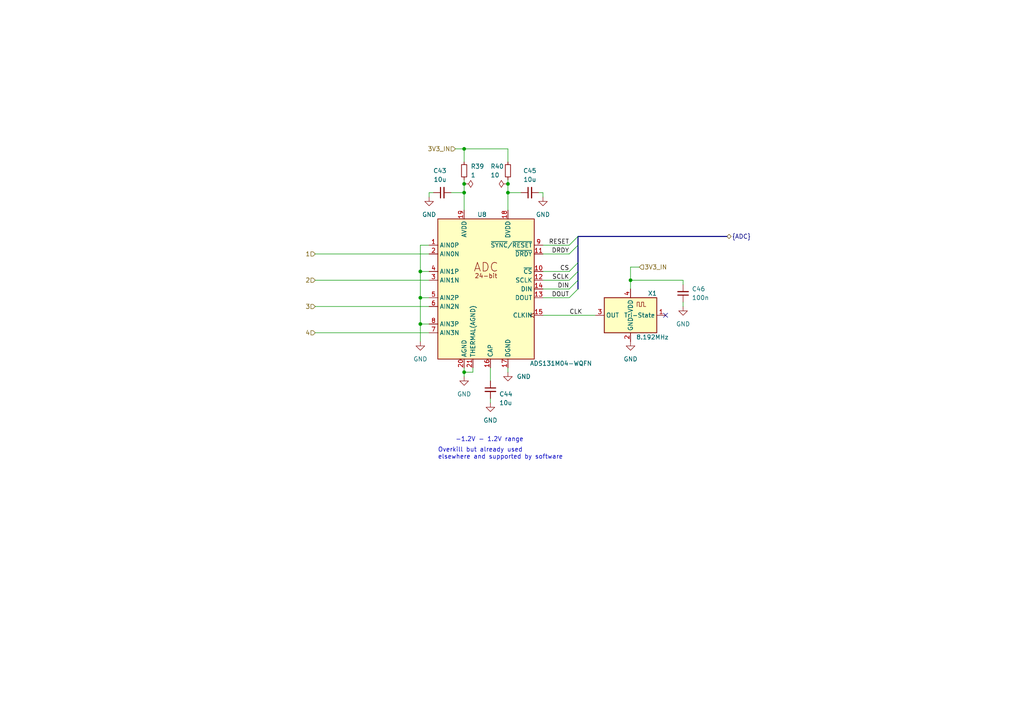
<source format=kicad_sch>
(kicad_sch (version 20230121) (generator eeschema)
  (paper "A4")
  (title_block (title "EuroMeasure Ion Gauge Controller") (date "2024-01-20") (rev "1.1.0"))
  (lib_symbols
    (symbol "Device:C_Small" (pin_numbers hide) (pin_names (offset 0.254) hide)
      (property "Reference" "C" (at 0.254 1.778 0))
      (property "Value" "C_Small" (at 0.254 -2.032 0))
      (symbol "C_Small_0_1"
        (polyline (pts (xy -1.524 -0.508) (xy 1.524 -0.508)) (stroke (width 0.3302)))
        (polyline (pts (xy -1.524 0.508) (xy 1.524 0.508)) (stroke (width 0.3048)))
      )
      (symbol "C_Small_1_1"
        (pin passive line (at 0 2.54 270) (length 2.032) (name "~") (number "1"))
        (pin passive line (at 0 -2.54 90) (length 2.032) (name "~") (number "2"))
      )
    )
    (symbol "Device:R_Small" (pin_numbers hide) (pin_names (offset 0.254) hide)
      (property "Reference" "R" (at 0.762 0.508 0))
      (property "Value" "R_Small" (at 0.762 -1.016 0))
      (symbol "R_Small_0_1"
        (rectangle (start -0.762 1.778) (end 0.762 -1.778) (stroke (width 0.2032)))
      )
      (symbol "R_Small_1_1"
        (pin passive line (at 0 2.54 270) (length 0.762) (name "~") (number "1"))
        (pin passive line (at 0 -2.54 90) (length 0.762) (name "~") (number "2"))
      )
    )
    (symbol "MEMS_IC:ADS131M04-WQFN"
      (property "Reference" "U" (at 3.81 11.43 0))
      (property "Value" "ADS131M04-WQFN" (at 10.16 8.89 0))
      (symbol "ADS131M04-WQFN_0_0"
        (text "24-bit" (at -13.97 -11.43 0) (effects (font (size 1.27 1.27))))
        (text "ADC" (at -13.97 -8.89 0) (effects (font (size 2.5 2.5))))
      )
      (symbol "ADS131M04-WQFN_0_1"
        (rectangle (start -27.94 5.08) (end 0 -35.56) (stroke (width 0.254)) (fill (type background)))
      )
      (symbol "ADS131M04-WQFN_1_1"
        (pin input line (at -30.48 -2.54 0) (length 2.54) (name "AIN0P") (number "1"))
        (pin input line (at 2.54 -10.16 180) (length 2.54) (name "~{CS}") (number "10"))
        (pin output line (at 2.54 -5.08 180) (length 2.54) (name "~{DRDY}") (number "11"))
        (pin input line (at 2.54 -12.7 180) (length 2.54) (name "SCLK") (number "12"))
        (pin output line (at 2.54 -17.78 180) (length 2.54) (name "DOUT") (number "13"))
        (pin input line (at 2.54 -15.24 180) (length 2.54) (name "DIN") (number "14"))
        (pin input clock (at 2.54 -22.86 180) (length 2.54) (name "CLKIN") (number "15"))
        (pin output line (at -12.7 -38.1 90) (length 2.54) (name "CAP") (number "16"))
        (pin power_in line (at -7.62 -38.1 90) (length 2.54) (name "DGND") (number "17"))
        (pin power_in line (at -7.62 7.62 270) (length 2.54) (name "DVDD") (number "18"))
        (pin power_in line (at -20.32 7.62 270) (length 2.54) (name "AVDD") (number "19"))
        (pin input line (at -30.48 -5.08 0) (length 2.54) (name "AIN0N") (number "2"))
        (pin power_in line (at -20.32 -38.1 90) (length 2.54) (name "AGND") (number "20"))
        (pin power_in line (at -17.78 -38.1 90) (length 2.54) (name "THERMAL(AGND)") (number "21"))
        (pin input line (at -30.48 -12.7 0) (length 2.54) (name "AIN1N") (number "3"))
        (pin input line (at -30.48 -10.16 0) (length 2.54) (name "AIN1P") (number "4"))
        (pin input line (at -30.48 -17.78 0) (length 2.54) (name "AIN2P") (number "5"))
        (pin input line (at -30.48 -20.32 0) (length 2.54) (name "AIN2N") (number "6"))
        (pin input line (at -30.48 -27.94 0) (length 2.54) (name "AIN3N") (number "7"))
        (pin input line (at -30.48 -25.4 0) (length 2.54) (name "AIN3P") (number "8"))
        (pin input line (at 2.54 -2.54 180) (length 2.54) (name "~{SYNC}/~{RESET}") (number "9"))
      )
    )
    (symbol "MEMS_IC:ECS-2520MVLC-081.92-CN-TR_oscillator_8.192MHZ"
      (property "Reference" "X" (at -5.08 6.35 0))
      (property "Value" "8.192MHz" (at 1.27 -6.35 0))
      (symbol "ECS-2520MVLC-081.92-CN-TR_oscillator_8.192MHZ_0_1"
        (rectangle (start -7.62 5.08) (end 7.62 -5.08) (stroke (width 0.254)) (fill (type background)))
        (polyline (pts (xy -4.445 2.54) (xy -3.81 2.54) (xy -3.81 3.81) (xy -3.175 3.81) (xy -3.175 2.54) (xy -2.54 2.54) (xy -2.54 3.81) (xy -1.905 3.81) (xy -1.905 2.54)))
      )
      (symbol "ECS-2520MVLC-081.92-CN-TR_oscillator_8.192MHZ_1_1"
        (pin input line (at -10.16 0 0) (length 2.54) (name "Tri-State") (number "1"))
        (pin power_in line (at 0 -7.62 90) (length 2.54) (name "GND") (number "2"))
        (pin output line (at 10.16 0 180) (length 2.54) (name "OUT") (number "3"))
        (pin power_in line (at 0 7.62 270) (length 2.54) (name "VDD") (number "4"))
      )
    )
    (symbol "power:GND" (power) (pin_names (offset 0))
      (property "Value" "GND" (at 0 -3.81 0))
      (symbol "GND_0_1"
        (polyline (pts (xy 0 0) (xy 0 -1.27) (xy 1.27 -1.27) (xy 0 -2.54) (xy -1.27 -1.27) (xy 0 -1.27)))
      )
      (symbol "GND_1_1"
        (pin power_in line (at 0 0 270) (length 0) hide (name "GND") (number "1"))
      )
    )
    (symbol "power:PWR_FLAG" (power) (pin_numbers hide) (pin_names (offset 0) hide)
      (property "Value" "PWR_FLAG" (at 0 3.81 0))
      (symbol "PWR_FLAG_0_0"
        (pin power_out line (at 0 0 90) (length 0) (name "pwr") (number "1"))
      )
      (symbol "PWR_FLAG_0_1"
        (polyline (pts (xy 0 0) (xy 0 1.27) (xy -1.016 1.905) (xy 0 2.54) (xy 1.016 1.905) (xy 0 1.27)))
      )
    )
  )
  (junction (at 121.92 78.74))
  (junction (at 121.92 93.98))
  (junction (at 182.88 81.28))
  (junction (at 134.62 43.18))
  (junction (at 147.32 55.88))
  (junction (at 134.62 55.88))
  (junction (at 134.62 107.95))
  (junction (at 121.92 86.36))
  (junction (at 134.62 53.34))
  (junction (at 147.32 53.34))
  (no_connect (at 193.04 91.44))
  (bus_entry (at 167.64 68.58) (size -2.54 2.54))
  (bus_entry (at 167.64 78.74) (size -2.54 2.54))
  (bus_entry (at 167.64 81.28) (size -2.54 2.54))
  (bus_entry (at 167.64 71.12) (size -2.54 2.54))
  (bus_entry (at 167.64 83.82) (size -2.54 2.54))
  (bus_entry (at 167.64 76.2) (size -2.54 2.54))
  (wire (pts (xy 157.48 81.28) (xy 165.1 81.28)))
  (wire (pts (xy 147.32 52.07) (xy 147.32 53.34)))
  (wire (pts (xy 157.48 71.12) (xy 165.1 71.12)))
  (wire (pts (xy 121.92 71.12) (xy 121.92 78.74)))
  (wire (pts (xy 157.48 86.36) (xy 165.1 86.36)))
  (wire (pts (xy 91.44 96.52) (xy 124.46 96.52)))
  (wire (pts (xy 121.92 86.36) (xy 124.46 86.36)))
  (wire (pts (xy 198.12 87.63) (xy 198.12 88.9)))
  (wire (pts (xy 142.24 106.68) (xy 142.24 110.49)))
  (wire (pts (xy 132.08 43.18) (xy 134.62 43.18)))
  (bus (pts (xy 167.64 71.12) (xy 167.64 76.2)))
  (wire (pts (xy 137.16 107.95) (xy 134.62 107.95)))
  (wire (pts (xy 134.62 43.18) (xy 147.32 43.18)))
  (wire (pts (xy 157.48 83.82) (xy 165.1 83.82)))
  (bus (pts (xy 167.64 68.58) (xy 210.82 68.58)))
  (wire (pts (xy 156.21 55.88) (xy 157.48 55.88)))
  (wire (pts (xy 124.46 71.12) (xy 121.92 71.12)))
  (wire (pts (xy 157.48 91.44) (xy 172.72 91.44)))
  (bus (pts (xy 167.64 76.2) (xy 167.64 78.74)))
  (wire (pts (xy 91.44 81.28) (xy 124.46 81.28)))
  (wire (pts (xy 121.92 93.98) (xy 121.92 99.06)))
  (wire (pts (xy 157.48 78.74) (xy 165.1 78.74)))
  (wire (pts (xy 121.92 78.74) (xy 121.92 86.36)))
  (wire (pts (xy 134.62 53.34) (xy 134.62 55.88)))
  (wire (pts (xy 198.12 82.55) (xy 198.12 81.28)))
  (wire (pts (xy 134.62 43.18) (xy 134.62 46.99)))
  (wire (pts (xy 147.32 55.88) (xy 151.13 55.88)))
  (wire (pts (xy 147.32 55.88) (xy 147.32 60.96)))
  (wire (pts (xy 134.62 52.07) (xy 134.62 53.34)))
  (wire (pts (xy 124.46 55.88) (xy 125.73 55.88)))
  (wire (pts (xy 137.16 106.68) (xy 137.16 107.95)))
  (wire (pts (xy 91.44 73.66) (xy 124.46 73.66)))
  (wire (pts (xy 121.92 78.74) (xy 124.46 78.74)))
  (wire (pts (xy 157.48 57.15) (xy 157.48 55.88)))
  (bus (pts (xy 167.64 78.74) (xy 167.64 81.28)))
  (wire (pts (xy 198.12 81.28) (xy 182.88 81.28)))
  (bus (pts (xy 167.64 81.28) (xy 167.64 83.82)))
  (wire (pts (xy 121.92 86.36) (xy 121.92 93.98)))
  (wire (pts (xy 124.46 55.88) (xy 124.46 57.15)))
  (wire (pts (xy 130.81 55.88) (xy 134.62 55.88)))
  (wire (pts (xy 147.32 53.34) (xy 147.32 55.88)))
  (wire (pts (xy 134.62 55.88) (xy 134.62 60.96)))
  (wire (pts (xy 134.62 107.95) (xy 134.62 109.22)))
  (wire (pts (xy 147.32 43.18) (xy 147.32 46.99)))
  (wire (pts (xy 142.24 115.57) (xy 142.24 116.84)))
  (bus (pts (xy 167.64 68.58) (xy 167.64 71.12)))
  (wire (pts (xy 147.32 106.68) (xy 147.32 107.95)))
  (wire (pts (xy 182.88 77.47) (xy 182.88 81.28)))
  (wire (pts (xy 121.92 93.98) (xy 124.46 93.98)))
  (wire (pts (xy 157.48 73.66) (xy 165.1 73.66)))
  (wire (pts (xy 91.44 88.9) (xy 124.46 88.9)))
  (wire (pts (xy 182.88 81.28) (xy 182.88 83.82)))
  (wire (pts (xy 134.62 106.68) (xy 134.62 107.95)))
  (wire (pts (xy 185.42 77.47) (xy 182.88 77.47)))
  (text "Overkill but already used\nelsewhere and supported by software" (at 127 133.35 0) (effects (font (size 1.27 1.27)) (justify left bottom)))
  (text "-1.2V - 1.2V range" (at 132.08 128.27 0) (effects (font (size 1.27 1.27)) (justify left bottom)))
  (label "DOUT" (at 165.1 86.36 180))
  (label "DIN" (at 165.1 83.82 180))
  (label "SCLK" (at 165.1 81.28 180))
  (label "CS" (at 165.1 78.74 180))
  (label "RESET" (at 165.1 71.12 180))
  (label "CLK" (at 168.91 91.44 180))
  (label "DRDY" (at 165.1 73.66 180))
  (hierarchical_label "2" (shape input) (at 91.44 81.28 180))
  (hierarchical_label "3" (shape input) (at 91.44 88.9 180))
  (hierarchical_label "3V3_IN" (shape input) (at 132.08 43.18 180))
  (hierarchical_label "3V3_IN" (shape input) (at 185.42 77.47 0))
  (hierarchical_label "4" (shape input) (at 91.44 96.52 180))
  (hierarchical_label "{ADC}" (shape bidirectional) (at 210.82 68.58 0))
  (hierarchical_label "1" (shape input) (at 91.44 73.66 180))
  (symbol (lib_id "Device:R_Small") (at 134.62 49.53 180) (unit 1)
    (property "Reference" "R39" (at 136.525 48.2599 0) (effects (justify right)))
    (property "Value" "1" (at 136.525 50.7999 0) (effects (justify right)))
    (property "Footprint" "Resistor_SMD:R_0805_2012Metric_Pad1.20x1.40mm_HandSolder" (effects hide))
  )
  (symbol (lib_id "power:GND") (at 124.46 57.15 0) (unit 1)
    (property "Reference" "#PWR072" (effects hide))
    (property "Value" "GND" (at 124.46 62.23 0))
  )
  (symbol (lib_id "power:GND") (at 134.62 109.22 0) (unit 1)
    (property "Reference" "#PWR073" (effects hide))
    (property "Value" "GND" (at 134.62 114.3 0))
  )
  (symbol (lib_id "power:GND") (at 147.32 107.95 0) (unit 1)
    (property "Reference" "#PWR075" (effects hide))
    (property "Value" "GND" (at 149.86 109.22 0) (effects (justify left)))
  )
  (symbol (lib_id "Device:C_Small") (at 153.67 55.88 90) (unit 1)
    (property "Reference" "C45" (at 153.6763 49.53 90))
    (property "Value" "10u" (at 153.6763 52.07 90))
    (property "Footprint" "Capacitor_SMD:C_0805_2012Metric_Pad1.18x1.45mm_HandSolder" (effects hide))
  )
  (symbol (lib_id "power:GND") (at 198.12 88.9 0) (unit 1)
    (property "Reference" "#PWR078" (effects hide))
    (property "Value" "GND" (at 198.12 93.98 0))
  )
  (symbol (lib_id "power:GND") (at 142.24 116.84 0) (unit 1)
    (property "Reference" "#PWR074" (effects hide))
    (property "Value" "GND" (at 142.24 121.92 0))
  )
  (symbol (lib_id "power:GND") (at 157.48 57.15 0) (unit 1)
    (property "Reference" "#PWR076" (effects hide))
    (property "Value" "GND" (at 157.48 62.23 0))
  )
  (symbol (lib_id "power:GND") (at 121.92 99.06 0) (unit 1)
    (property "Reference" "#PWR071" (effects hide))
    (property "Value" "GND" (at 121.92 104.14 0))
  )
  (symbol (lib_id "MEMS_IC:ECS-2520MVLC-081.92-CN-TR_oscillator_8.192MHZ") (at 182.88 91.44 0) (mirror y) (unit 1)
    (property "Reference" "X1" (at 189.23 85.09 0))
    (property "Value" "8.192MHz" (at 189.23 97.79 0))
    (property "Footprint" "Oscillator:Oscillator_SMD_ECS_2520MV-xxx-xx-4Pin_2.5x2.0mm" (effects hide))
    (property "Datasheet" "https://www.ecsxtal.com/store/pdf/ECS-2520MV.pdf" (effects hide))
    (property "Mouser" "520-2520MVL08192CNTR" (effects hide))
    (property "MPN" "ECS-2520MVLC-081.92-CN-TR" (effects hide))
  )
  (symbol (lib_id "power:PWR_FLAG") (at 134.62 53.34 270) (unit 1)
    (property "Reference" "#FLG04" (effects hide))
    (property "Value" "PWR_FLAG" (effects hide))
  )
  (symbol (lib_id "power:PWR_FLAG") (at 147.32 53.34 90) (unit 1)
    (property "Reference" "#FLG05" (effects hide))
    (property "Value" "PWR_FLAG" (effects hide))
  )
  (symbol (lib_id "Device:C_Small") (at 142.24 113.03 0) (unit 1)
    (property "Reference" "C44" (at 144.78 114.3 0) (effects (justify left)))
    (property "Value" "10u" (at 144.78 116.84 0) (effects (justify left)))
    (property "Footprint" "Capacitor_SMD:C_0805_2012Metric_Pad1.18x1.45mm_HandSolder" (effects hide))
  )
  (symbol (lib_id "Device:C_Small") (at 198.12 85.09 0) (mirror x) (unit 1)
    (property "Reference" "C46" (at 200.66 83.8136 0) (effects (justify left)))
    (property "Value" "100n" (at 200.66 86.3536 0) (effects (justify left)))
    (property "Footprint" "Capacitor_SMD:C_0805_2012Metric_Pad1.18x1.45mm_HandSolder" (effects hide))
  )
  (symbol (lib_id "power:GND") (at 182.88 99.06 0) (unit 1)
    (property "Reference" "#PWR077" (effects hide))
    (property "Value" "GND" (at 182.88 104.14 0))
  )
  (symbol (lib_id "Device:C_Small") (at 128.27 55.88 90) (unit 1)
    (property "Reference" "C43" (at 129.54 49.53 90) (effects (justify left)))
    (property "Value" "10u" (at 129.54 52.07 90) (effects (justify left)))
    (property "Footprint" "Capacitor_SMD:C_0805_2012Metric_Pad1.18x1.45mm_HandSolder" (effects hide))
  )
  (symbol (lib_id "Device:R_Small") (at 147.32 49.53 180) (unit 1)
    (property "Reference" "R40" (at 142.24 48.26 0) (effects (justify right)))
    (property "Value" "10" (at 142.24 50.8 0) (effects (justify right)))
    (property "Footprint" "Resistor_SMD:R_0805_2012Metric_Pad1.20x1.40mm_HandSolder" (effects hide))
  )
  (symbol (lib_id "MEMS_IC:ADS131M04-WQFN") (at 154.94 68.58 0) (unit 1)
    (property "Reference" "U8" (at 138.43 62.23 0) (effects (justify left)))
    (property "Value" "ADS131M04-WQFN" (at 153.67 105.41 0) (effects (justify left)))
    (property "Footprint" "Package_DFN_QFN:WQFN-20-1EP_3x3mm_P0.4mm_EP1.7x1.7mm" (effects hide))
    (property "Datasheet" "https://www.ti.com/lit/ds/symlink/ads131m04.pdf" (effects hide))
    (property "Mouser" "595-ADS131M04IRUKT" (effects hide))
    (property "MPN" "ADS131M04IRUKT" (effects hide))
  )
)
</source>
